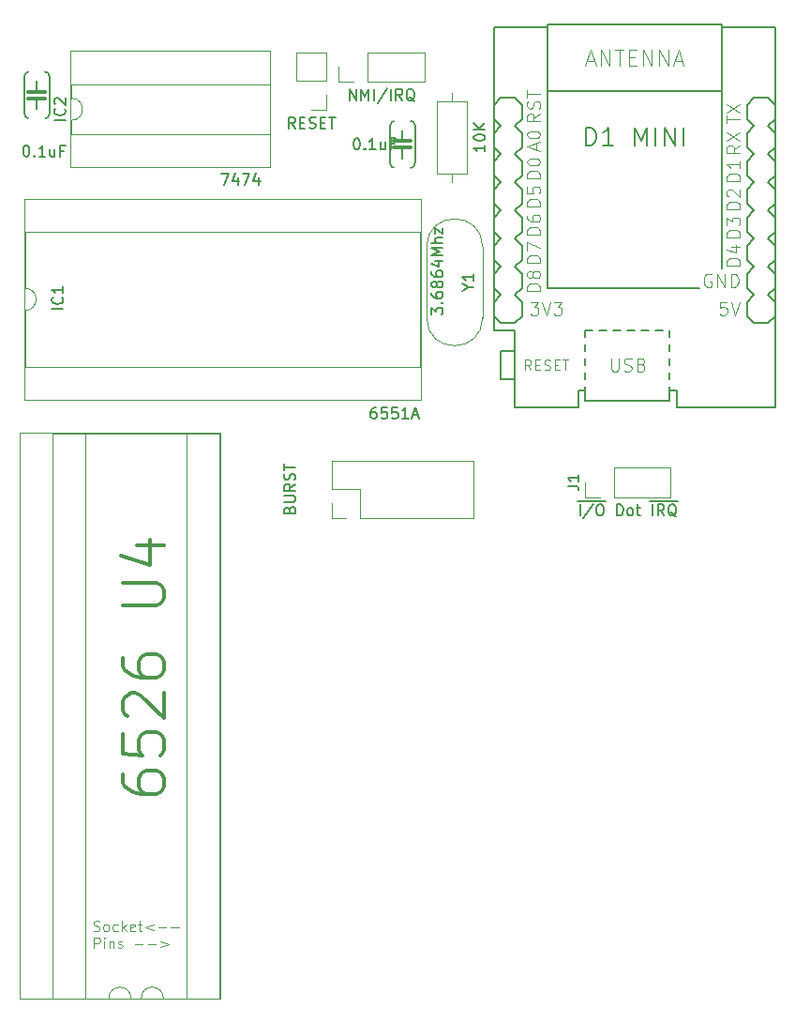
<source format=gto>
G04 #@! TF.GenerationSoftware,KiCad,Pcbnew,(6.0.5)*
G04 #@! TF.CreationDate,2022-12-14T22:29:40+01:00*
G04 #@! TF.ProjectId,Link232-wifi,4c696e6b-3233-4322-9d77-6966692e6b69,rev?*
G04 #@! TF.SameCoordinates,Original*
G04 #@! TF.FileFunction,Legend,Top*
G04 #@! TF.FilePolarity,Positive*
%FSLAX46Y46*%
G04 Gerber Fmt 4.6, Leading zero omitted, Abs format (unit mm)*
G04 Created by KiCad (PCBNEW (6.0.5)) date 2022-12-14 22:29:40*
%MOMM*%
%LPD*%
G01*
G04 APERTURE LIST*
G04 Aperture macros list*
%AMFreePoly0*
4,1,25,0.389919,0.742596,0.402042,0.732242,0.732242,0.402042,0.760749,0.346094,0.762000,0.330200,0.762000,-0.330200,0.742596,-0.389919,0.732242,-0.402042,0.402042,-0.732242,0.346094,-0.760749,0.330200,-0.762000,-0.330200,-0.762000,-0.389919,-0.742596,-0.402042,-0.732242,-0.732242,-0.402042,-0.760749,-0.346094,-0.762000,-0.330200,-0.762000,0.330200,-0.742596,0.389919,-0.732242,0.402042,
-0.402042,0.732242,-0.346094,0.760749,-0.330200,0.762000,0.330200,0.762000,0.389919,0.742596,0.389919,0.742596,$1*%
G04 Aperture macros list end*
%ADD10C,0.150000*%
%ADD11C,0.320000*%
%ADD12C,0.081280*%
%ADD13C,0.101600*%
%ADD14C,0.121920*%
%ADD15C,0.142240*%
%ADD16C,0.120000*%
%ADD17C,0.127000*%
%ADD18C,0.304800*%
%ADD19C,0.152400*%
%ADD20R,2.400000X1.600000*%
%ADD21O,2.400000X1.600000*%
%ADD22R,1.700000X1.700000*%
%ADD23O,1.700000X1.700000*%
%ADD24R,1.600000X2.400000*%
%ADD25O,1.600000X2.400000*%
%ADD26C,1.711200*%
%ADD27FreePoly0,90.000000*%
%ADD28C,1.500000*%
%ADD29C,1.600000*%
%ADD30O,1.600000X1.600000*%
%ADD31FreePoly0,270.000000*%
G04 APERTURE END LIST*
D10*
X146947142Y-69937380D02*
X147042380Y-69937380D01*
X147137619Y-69985000D01*
X147185238Y-70032619D01*
X147232857Y-70127857D01*
X147280476Y-70318333D01*
X147280476Y-70556428D01*
X147232857Y-70746904D01*
X147185238Y-70842142D01*
X147137619Y-70889761D01*
X147042380Y-70937380D01*
X146947142Y-70937380D01*
X146851904Y-70889761D01*
X146804285Y-70842142D01*
X146756666Y-70746904D01*
X146709047Y-70556428D01*
X146709047Y-70318333D01*
X146756666Y-70127857D01*
X146804285Y-70032619D01*
X146851904Y-69985000D01*
X146947142Y-69937380D01*
X147709047Y-70842142D02*
X147756666Y-70889761D01*
X147709047Y-70937380D01*
X147661428Y-70889761D01*
X147709047Y-70842142D01*
X147709047Y-70937380D01*
X148709047Y-70937380D02*
X148137619Y-70937380D01*
X148423333Y-70937380D02*
X148423333Y-69937380D01*
X148328095Y-70080238D01*
X148232857Y-70175476D01*
X148137619Y-70223095D01*
X149566190Y-70270714D02*
X149566190Y-70937380D01*
X149137619Y-70270714D02*
X149137619Y-70794523D01*
X149185238Y-70889761D01*
X149280476Y-70937380D01*
X149423333Y-70937380D01*
X149518571Y-70889761D01*
X149566190Y-70842142D01*
X150375714Y-70413571D02*
X150042380Y-70413571D01*
X150042380Y-70937380D02*
X150042380Y-69937380D01*
X150518571Y-69937380D01*
X117102142Y-70572380D02*
X117197380Y-70572380D01*
X117292619Y-70620000D01*
X117340238Y-70667619D01*
X117387857Y-70762857D01*
X117435476Y-70953333D01*
X117435476Y-71191428D01*
X117387857Y-71381904D01*
X117340238Y-71477142D01*
X117292619Y-71524761D01*
X117197380Y-71572380D01*
X117102142Y-71572380D01*
X117006904Y-71524761D01*
X116959285Y-71477142D01*
X116911666Y-71381904D01*
X116864047Y-71191428D01*
X116864047Y-70953333D01*
X116911666Y-70762857D01*
X116959285Y-70667619D01*
X117006904Y-70620000D01*
X117102142Y-70572380D01*
X117864047Y-71477142D02*
X117911666Y-71524761D01*
X117864047Y-71572380D01*
X117816428Y-71524761D01*
X117864047Y-71477142D01*
X117864047Y-71572380D01*
X118864047Y-71572380D02*
X118292619Y-71572380D01*
X118578333Y-71572380D02*
X118578333Y-70572380D01*
X118483095Y-70715238D01*
X118387857Y-70810476D01*
X118292619Y-70858095D01*
X119721190Y-70905714D02*
X119721190Y-71572380D01*
X119292619Y-70905714D02*
X119292619Y-71429523D01*
X119340238Y-71524761D01*
X119435476Y-71572380D01*
X119578333Y-71572380D01*
X119673571Y-71524761D01*
X119721190Y-71477142D01*
X120530714Y-71048571D02*
X120197380Y-71048571D01*
X120197380Y-71572380D02*
X120197380Y-70572380D01*
X120673571Y-70572380D01*
X153757380Y-85819761D02*
X153757380Y-85200714D01*
X154138333Y-85534047D01*
X154138333Y-85391190D01*
X154185952Y-85295952D01*
X154233571Y-85248333D01*
X154328809Y-85200714D01*
X154566904Y-85200714D01*
X154662142Y-85248333D01*
X154709761Y-85295952D01*
X154757380Y-85391190D01*
X154757380Y-85676904D01*
X154709761Y-85772142D01*
X154662142Y-85819761D01*
X154662142Y-84772142D02*
X154709761Y-84724523D01*
X154757380Y-84772142D01*
X154709761Y-84819761D01*
X154662142Y-84772142D01*
X154757380Y-84772142D01*
X153757380Y-83867380D02*
X153757380Y-84057857D01*
X153805000Y-84153095D01*
X153852619Y-84200714D01*
X153995476Y-84295952D01*
X154185952Y-84343571D01*
X154566904Y-84343571D01*
X154662142Y-84295952D01*
X154709761Y-84248333D01*
X154757380Y-84153095D01*
X154757380Y-83962619D01*
X154709761Y-83867380D01*
X154662142Y-83819761D01*
X154566904Y-83772142D01*
X154328809Y-83772142D01*
X154233571Y-83819761D01*
X154185952Y-83867380D01*
X154138333Y-83962619D01*
X154138333Y-84153095D01*
X154185952Y-84248333D01*
X154233571Y-84295952D01*
X154328809Y-84343571D01*
X154185952Y-83200714D02*
X154138333Y-83295952D01*
X154090714Y-83343571D01*
X153995476Y-83391190D01*
X153947857Y-83391190D01*
X153852619Y-83343571D01*
X153805000Y-83295952D01*
X153757380Y-83200714D01*
X153757380Y-83010238D01*
X153805000Y-82915000D01*
X153852619Y-82867380D01*
X153947857Y-82819761D01*
X153995476Y-82819761D01*
X154090714Y-82867380D01*
X154138333Y-82915000D01*
X154185952Y-83010238D01*
X154185952Y-83200714D01*
X154233571Y-83295952D01*
X154281190Y-83343571D01*
X154376428Y-83391190D01*
X154566904Y-83391190D01*
X154662142Y-83343571D01*
X154709761Y-83295952D01*
X154757380Y-83200714D01*
X154757380Y-83010238D01*
X154709761Y-82915000D01*
X154662142Y-82867380D01*
X154566904Y-82819761D01*
X154376428Y-82819761D01*
X154281190Y-82867380D01*
X154233571Y-82915000D01*
X154185952Y-83010238D01*
X153757380Y-81962619D02*
X153757380Y-82153095D01*
X153805000Y-82248333D01*
X153852619Y-82295952D01*
X153995476Y-82391190D01*
X154185952Y-82438809D01*
X154566904Y-82438809D01*
X154662142Y-82391190D01*
X154709761Y-82343571D01*
X154757380Y-82248333D01*
X154757380Y-82057857D01*
X154709761Y-81962619D01*
X154662142Y-81915000D01*
X154566904Y-81867380D01*
X154328809Y-81867380D01*
X154233571Y-81915000D01*
X154185952Y-81962619D01*
X154138333Y-82057857D01*
X154138333Y-82248333D01*
X154185952Y-82343571D01*
X154233571Y-82391190D01*
X154328809Y-82438809D01*
X154090714Y-81010238D02*
X154757380Y-81010238D01*
X153709761Y-81248333D02*
X154424047Y-81486428D01*
X154424047Y-80867380D01*
X154757380Y-80486428D02*
X153757380Y-80486428D01*
X154471666Y-80153095D01*
X153757380Y-79819761D01*
X154757380Y-79819761D01*
X154757380Y-79343571D02*
X153757380Y-79343571D01*
X154757380Y-78915000D02*
X154233571Y-78915000D01*
X154138333Y-78962619D01*
X154090714Y-79057857D01*
X154090714Y-79200714D01*
X154138333Y-79295952D01*
X154185952Y-79343571D01*
X154090714Y-78534047D02*
X154090714Y-78010238D01*
X154757380Y-78534047D01*
X154757380Y-78010238D01*
X158567380Y-70540476D02*
X158567380Y-71111904D01*
X158567380Y-70826190D02*
X157567380Y-70826190D01*
X157710238Y-70921428D01*
X157805476Y-71016666D01*
X157853095Y-71111904D01*
X157567380Y-69921428D02*
X157567380Y-69826190D01*
X157615000Y-69730952D01*
X157662619Y-69683333D01*
X157757857Y-69635714D01*
X157948333Y-69588095D01*
X158186428Y-69588095D01*
X158376904Y-69635714D01*
X158472142Y-69683333D01*
X158519761Y-69730952D01*
X158567380Y-69826190D01*
X158567380Y-69921428D01*
X158519761Y-70016666D01*
X158472142Y-70064285D01*
X158376904Y-70111904D01*
X158186428Y-70159523D01*
X157948333Y-70159523D01*
X157757857Y-70111904D01*
X157662619Y-70064285D01*
X157615000Y-70016666D01*
X157567380Y-69921428D01*
X158567380Y-69159523D02*
X157567380Y-69159523D01*
X158567380Y-68588095D02*
X157995952Y-69016666D01*
X157567380Y-68588095D02*
X158138809Y-69159523D01*
X134763095Y-73112380D02*
X135429761Y-73112380D01*
X135001190Y-74112380D01*
X136239285Y-73445714D02*
X136239285Y-74112380D01*
X136001190Y-73064761D02*
X135763095Y-73779047D01*
X136382142Y-73779047D01*
X136667857Y-73112380D02*
X137334523Y-73112380D01*
X136905952Y-74112380D01*
X138144047Y-73445714D02*
X138144047Y-74112380D01*
X137905952Y-73064761D02*
X137667857Y-73779047D01*
X138286904Y-73779047D01*
X146344047Y-66492380D02*
X146344047Y-65492380D01*
X146915476Y-66492380D01*
X146915476Y-65492380D01*
X147391666Y-66492380D02*
X147391666Y-65492380D01*
X147725000Y-66206666D01*
X148058333Y-65492380D01*
X148058333Y-66492380D01*
X148534523Y-66492380D02*
X148534523Y-65492380D01*
X149725000Y-65444761D02*
X148867857Y-66730476D01*
X150058333Y-66492380D02*
X150058333Y-65492380D01*
X151105952Y-66492380D02*
X150772619Y-66016190D01*
X150534523Y-66492380D02*
X150534523Y-65492380D01*
X150915476Y-65492380D01*
X151010714Y-65540000D01*
X151058333Y-65587619D01*
X151105952Y-65682857D01*
X151105952Y-65825714D01*
X151058333Y-65920952D01*
X151010714Y-65968571D01*
X150915476Y-66016190D01*
X150534523Y-66016190D01*
X152201190Y-66587619D02*
X152105952Y-66540000D01*
X152010714Y-66444761D01*
X151867857Y-66301904D01*
X151772619Y-66254285D01*
X151677380Y-66254285D01*
X151725000Y-66492380D02*
X151629761Y-66444761D01*
X151534523Y-66349523D01*
X151486904Y-66159047D01*
X151486904Y-65825714D01*
X151534523Y-65635238D01*
X151629761Y-65540000D01*
X151725000Y-65492380D01*
X151915476Y-65492380D01*
X152010714Y-65540000D01*
X152105952Y-65635238D01*
X152153571Y-65825714D01*
X152153571Y-66159047D01*
X152105952Y-66349523D01*
X152010714Y-66444761D01*
X151915476Y-66492380D01*
X151725000Y-66492380D01*
X141422619Y-69032380D02*
X141089285Y-68556190D01*
X140851190Y-69032380D02*
X140851190Y-68032380D01*
X141232142Y-68032380D01*
X141327380Y-68080000D01*
X141375000Y-68127619D01*
X141422619Y-68222857D01*
X141422619Y-68365714D01*
X141375000Y-68460952D01*
X141327380Y-68508571D01*
X141232142Y-68556190D01*
X140851190Y-68556190D01*
X141851190Y-68508571D02*
X142184523Y-68508571D01*
X142327380Y-69032380D02*
X141851190Y-69032380D01*
X141851190Y-68032380D01*
X142327380Y-68032380D01*
X142708333Y-68984761D02*
X142851190Y-69032380D01*
X143089285Y-69032380D01*
X143184523Y-68984761D01*
X143232142Y-68937142D01*
X143279761Y-68841904D01*
X143279761Y-68746666D01*
X143232142Y-68651428D01*
X143184523Y-68603809D01*
X143089285Y-68556190D01*
X142898809Y-68508571D01*
X142803571Y-68460952D01*
X142755952Y-68413333D01*
X142708333Y-68318095D01*
X142708333Y-68222857D01*
X142755952Y-68127619D01*
X142803571Y-68080000D01*
X142898809Y-68032380D01*
X143136904Y-68032380D01*
X143279761Y-68080000D01*
X143708333Y-68508571D02*
X144041666Y-68508571D01*
X144184523Y-69032380D02*
X143708333Y-69032380D01*
X143708333Y-68032380D01*
X144184523Y-68032380D01*
X144470238Y-68032380D02*
X145041666Y-68032380D01*
X144755952Y-69032380D02*
X144755952Y-68032380D01*
X140898571Y-103409523D02*
X140946190Y-103266666D01*
X140993809Y-103219047D01*
X141089047Y-103171428D01*
X141231904Y-103171428D01*
X141327142Y-103219047D01*
X141374761Y-103266666D01*
X141422380Y-103361904D01*
X141422380Y-103742857D01*
X140422380Y-103742857D01*
X140422380Y-103409523D01*
X140470000Y-103314285D01*
X140517619Y-103266666D01*
X140612857Y-103219047D01*
X140708095Y-103219047D01*
X140803333Y-103266666D01*
X140850952Y-103314285D01*
X140898571Y-103409523D01*
X140898571Y-103742857D01*
X140422380Y-102742857D02*
X141231904Y-102742857D01*
X141327142Y-102695238D01*
X141374761Y-102647619D01*
X141422380Y-102552380D01*
X141422380Y-102361904D01*
X141374761Y-102266666D01*
X141327142Y-102219047D01*
X141231904Y-102171428D01*
X140422380Y-102171428D01*
X141422380Y-101123809D02*
X140946190Y-101457142D01*
X141422380Y-101695238D02*
X140422380Y-101695238D01*
X140422380Y-101314285D01*
X140470000Y-101219047D01*
X140517619Y-101171428D01*
X140612857Y-101123809D01*
X140755714Y-101123809D01*
X140850952Y-101171428D01*
X140898571Y-101219047D01*
X140946190Y-101314285D01*
X140946190Y-101695238D01*
X141374761Y-100742857D02*
X141422380Y-100600000D01*
X141422380Y-100361904D01*
X141374761Y-100266666D01*
X141327142Y-100219047D01*
X141231904Y-100171428D01*
X141136666Y-100171428D01*
X141041428Y-100219047D01*
X140993809Y-100266666D01*
X140946190Y-100361904D01*
X140898571Y-100552380D01*
X140850952Y-100647619D01*
X140803333Y-100695238D01*
X140708095Y-100742857D01*
X140612857Y-100742857D01*
X140517619Y-100695238D01*
X140470000Y-100647619D01*
X140422380Y-100552380D01*
X140422380Y-100314285D01*
X140470000Y-100171428D01*
X140422380Y-99885714D02*
X140422380Y-99314285D01*
X141422380Y-99600000D02*
X140422380Y-99600000D01*
D11*
X125895861Y-127342266D02*
X125895861Y-128043219D01*
X126071100Y-128393695D01*
X126246338Y-128568933D01*
X126772052Y-128919409D01*
X127473004Y-129094647D01*
X128874909Y-129094647D01*
X129225385Y-128919409D01*
X129400623Y-128744171D01*
X129575861Y-128393695D01*
X129575861Y-127692742D01*
X129400623Y-127342266D01*
X129225385Y-127167028D01*
X128874909Y-126991790D01*
X127998719Y-126991790D01*
X127648242Y-127167028D01*
X127473004Y-127342266D01*
X127297766Y-127692742D01*
X127297766Y-128393695D01*
X127473004Y-128744171D01*
X127648242Y-128919409D01*
X127998719Y-129094647D01*
X125895861Y-123662266D02*
X125895861Y-125414647D01*
X127648242Y-125589885D01*
X127473004Y-125414647D01*
X127297766Y-125064171D01*
X127297766Y-124187980D01*
X127473004Y-123837504D01*
X127648242Y-123662266D01*
X127998719Y-123487028D01*
X128874909Y-123487028D01*
X129225385Y-123662266D01*
X129400623Y-123837504D01*
X129575861Y-124187980D01*
X129575861Y-125064171D01*
X129400623Y-125414647D01*
X129225385Y-125589885D01*
X126246338Y-122085123D02*
X126071100Y-121909885D01*
X125895861Y-121559409D01*
X125895861Y-120683219D01*
X126071100Y-120332742D01*
X126246338Y-120157504D01*
X126596814Y-119982266D01*
X126947290Y-119982266D01*
X127473004Y-120157504D01*
X129575861Y-122260361D01*
X129575861Y-119982266D01*
X125895861Y-116827980D02*
X125895861Y-117528933D01*
X126071100Y-117879409D01*
X126246338Y-118054647D01*
X126772052Y-118405123D01*
X127473004Y-118580361D01*
X128874909Y-118580361D01*
X129225385Y-118405123D01*
X129400623Y-118229885D01*
X129575861Y-117879409D01*
X129575861Y-117178457D01*
X129400623Y-116827980D01*
X129225385Y-116652742D01*
X128874909Y-116477504D01*
X127998719Y-116477504D01*
X127648242Y-116652742D01*
X127473004Y-116827980D01*
X127297766Y-117178457D01*
X127297766Y-117879409D01*
X127473004Y-118229885D01*
X127648242Y-118405123D01*
X127998719Y-118580361D01*
X125895861Y-112096552D02*
X128874909Y-112096552D01*
X129225385Y-111921314D01*
X129400623Y-111746076D01*
X129575861Y-111395600D01*
X129575861Y-110694647D01*
X129400623Y-110344171D01*
X129225385Y-110168933D01*
X128874909Y-109993695D01*
X125895861Y-109993695D01*
X127122528Y-106664171D02*
X129575861Y-106664171D01*
X125720623Y-107540361D02*
X128349195Y-108416552D01*
X128349195Y-106138457D01*
D10*
X148719166Y-94202380D02*
X148528690Y-94202380D01*
X148433452Y-94250000D01*
X148385833Y-94297619D01*
X148290595Y-94440476D01*
X148242976Y-94630952D01*
X148242976Y-95011904D01*
X148290595Y-95107142D01*
X148338214Y-95154761D01*
X148433452Y-95202380D01*
X148623928Y-95202380D01*
X148719166Y-95154761D01*
X148766785Y-95107142D01*
X148814404Y-95011904D01*
X148814404Y-94773809D01*
X148766785Y-94678571D01*
X148719166Y-94630952D01*
X148623928Y-94583333D01*
X148433452Y-94583333D01*
X148338214Y-94630952D01*
X148290595Y-94678571D01*
X148242976Y-94773809D01*
X149719166Y-94202380D02*
X149242976Y-94202380D01*
X149195357Y-94678571D01*
X149242976Y-94630952D01*
X149338214Y-94583333D01*
X149576309Y-94583333D01*
X149671547Y-94630952D01*
X149719166Y-94678571D01*
X149766785Y-94773809D01*
X149766785Y-95011904D01*
X149719166Y-95107142D01*
X149671547Y-95154761D01*
X149576309Y-95202380D01*
X149338214Y-95202380D01*
X149242976Y-95154761D01*
X149195357Y-95107142D01*
X150671547Y-94202380D02*
X150195357Y-94202380D01*
X150147738Y-94678571D01*
X150195357Y-94630952D01*
X150290595Y-94583333D01*
X150528690Y-94583333D01*
X150623928Y-94630952D01*
X150671547Y-94678571D01*
X150719166Y-94773809D01*
X150719166Y-95011904D01*
X150671547Y-95107142D01*
X150623928Y-95154761D01*
X150528690Y-95202380D01*
X150290595Y-95202380D01*
X150195357Y-95154761D01*
X150147738Y-95107142D01*
X151671547Y-95202380D02*
X151100119Y-95202380D01*
X151385833Y-95202380D02*
X151385833Y-94202380D01*
X151290595Y-94345238D01*
X151195357Y-94440476D01*
X151100119Y-94488095D01*
X152052500Y-94916666D02*
X152528690Y-94916666D01*
X151957261Y-95202380D02*
X152290595Y-94202380D01*
X152623928Y-95202380D01*
D12*
X123231973Y-141409680D02*
X123365505Y-141454190D01*
X123588057Y-141454190D01*
X123677078Y-141409680D01*
X123721589Y-141365169D01*
X123766099Y-141276148D01*
X123766099Y-141187127D01*
X123721589Y-141098106D01*
X123677078Y-141053596D01*
X123588057Y-141009085D01*
X123410015Y-140964575D01*
X123320994Y-140920064D01*
X123276484Y-140875554D01*
X123231973Y-140786533D01*
X123231973Y-140697512D01*
X123276484Y-140608491D01*
X123320994Y-140563981D01*
X123410015Y-140519470D01*
X123632568Y-140519470D01*
X123766099Y-140563981D01*
X124300225Y-141454190D02*
X124211204Y-141409680D01*
X124166693Y-141365169D01*
X124122183Y-141276148D01*
X124122183Y-141009085D01*
X124166693Y-140920064D01*
X124211204Y-140875554D01*
X124300225Y-140831043D01*
X124433756Y-140831043D01*
X124522777Y-140875554D01*
X124567288Y-140920064D01*
X124611798Y-141009085D01*
X124611798Y-141276148D01*
X124567288Y-141365169D01*
X124522777Y-141409680D01*
X124433756Y-141454190D01*
X124300225Y-141454190D01*
X125412987Y-141409680D02*
X125323966Y-141454190D01*
X125145924Y-141454190D01*
X125056903Y-141409680D01*
X125012392Y-141365169D01*
X124967882Y-141276148D01*
X124967882Y-141009085D01*
X125012392Y-140920064D01*
X125056903Y-140875554D01*
X125145924Y-140831043D01*
X125323966Y-140831043D01*
X125412987Y-140875554D01*
X125813581Y-141454190D02*
X125813581Y-140519470D01*
X125902602Y-141098106D02*
X126169665Y-141454190D01*
X126169665Y-140831043D02*
X125813581Y-141187127D01*
X126926343Y-141409680D02*
X126837322Y-141454190D01*
X126659280Y-141454190D01*
X126570259Y-141409680D01*
X126525749Y-141320659D01*
X126525749Y-140964575D01*
X126570259Y-140875554D01*
X126659280Y-140831043D01*
X126837322Y-140831043D01*
X126926343Y-140875554D01*
X126970853Y-140964575D01*
X126970853Y-141053596D01*
X126525749Y-141142617D01*
X127237916Y-140831043D02*
X127594000Y-140831043D01*
X127371448Y-140519470D02*
X127371448Y-141320659D01*
X127415958Y-141409680D01*
X127504979Y-141454190D01*
X127594000Y-141454190D01*
X128617741Y-140831043D02*
X127905573Y-141098106D01*
X128617741Y-141365169D01*
X129062846Y-141098106D02*
X129775013Y-141098106D01*
X130220118Y-141098106D02*
X130932286Y-141098106D01*
X123276484Y-142959089D02*
X123276484Y-142024369D01*
X123632568Y-142024369D01*
X123721589Y-142068880D01*
X123766099Y-142113390D01*
X123810610Y-142202411D01*
X123810610Y-142335942D01*
X123766099Y-142424963D01*
X123721589Y-142469474D01*
X123632568Y-142513984D01*
X123276484Y-142513984D01*
X124211204Y-142959089D02*
X124211204Y-142335942D01*
X124211204Y-142024369D02*
X124166693Y-142068880D01*
X124211204Y-142113390D01*
X124255714Y-142068880D01*
X124211204Y-142024369D01*
X124211204Y-142113390D01*
X124656309Y-142335942D02*
X124656309Y-142959089D01*
X124656309Y-142424963D02*
X124700819Y-142380453D01*
X124789840Y-142335942D01*
X124923372Y-142335942D01*
X125012392Y-142380453D01*
X125056903Y-142469474D01*
X125056903Y-142959089D01*
X125457497Y-142914579D02*
X125546518Y-142959089D01*
X125724560Y-142959089D01*
X125813581Y-142914579D01*
X125858092Y-142825558D01*
X125858092Y-142781047D01*
X125813581Y-142692026D01*
X125724560Y-142647516D01*
X125591029Y-142647516D01*
X125502008Y-142603005D01*
X125457497Y-142513984D01*
X125457497Y-142469474D01*
X125502008Y-142380453D01*
X125591029Y-142335942D01*
X125724560Y-142335942D01*
X125813581Y-142380453D01*
X126970853Y-142603005D02*
X127683021Y-142603005D01*
X128128126Y-142603005D02*
X128840293Y-142603005D01*
X129285398Y-142335942D02*
X129997566Y-142603005D01*
X129285398Y-142870068D01*
D10*
X120672380Y-68286190D02*
X119672380Y-68286190D01*
X120577142Y-67238571D02*
X120624761Y-67286190D01*
X120672380Y-67429047D01*
X120672380Y-67524285D01*
X120624761Y-67667142D01*
X120529523Y-67762380D01*
X120434285Y-67810000D01*
X120243809Y-67857619D01*
X120100952Y-67857619D01*
X119910476Y-67810000D01*
X119815238Y-67762380D01*
X119720000Y-67667142D01*
X119672380Y-67524285D01*
X119672380Y-67429047D01*
X119720000Y-67286190D01*
X119767619Y-67238571D01*
X119767619Y-66857619D02*
X119720000Y-66810000D01*
X119672380Y-66714761D01*
X119672380Y-66476666D01*
X119720000Y-66381428D01*
X119767619Y-66333809D01*
X119862857Y-66286190D01*
X119958095Y-66286190D01*
X120100952Y-66333809D01*
X120672380Y-66905238D01*
X120672380Y-66286190D01*
X120467380Y-85309190D02*
X119467380Y-85309190D01*
X120372142Y-84261571D02*
X120419761Y-84309190D01*
X120467380Y-84452047D01*
X120467380Y-84547285D01*
X120419761Y-84690142D01*
X120324523Y-84785380D01*
X120229285Y-84833000D01*
X120038809Y-84880619D01*
X119895952Y-84880619D01*
X119705476Y-84833000D01*
X119610238Y-84785380D01*
X119515000Y-84690142D01*
X119467380Y-84547285D01*
X119467380Y-84452047D01*
X119515000Y-84309190D01*
X119562619Y-84261571D01*
X120467380Y-83309190D02*
X120467380Y-83880619D01*
X120467380Y-83594904D02*
X119467380Y-83594904D01*
X119610238Y-83690142D01*
X119705476Y-83785380D01*
X119753095Y-83880619D01*
D13*
X169975590Y-89784161D02*
X169975590Y-90730009D01*
X170031228Y-90841285D01*
X170086866Y-90896923D01*
X170198142Y-90952561D01*
X170420695Y-90952561D01*
X170531971Y-90896923D01*
X170587609Y-90841285D01*
X170643247Y-90730009D01*
X170643247Y-89784161D01*
X171143990Y-90896923D02*
X171310904Y-90952561D01*
X171589095Y-90952561D01*
X171700371Y-90896923D01*
X171756009Y-90841285D01*
X171811647Y-90730009D01*
X171811647Y-90618733D01*
X171756009Y-90507457D01*
X171700371Y-90451819D01*
X171589095Y-90396180D01*
X171366542Y-90340542D01*
X171255266Y-90284904D01*
X171199628Y-90229266D01*
X171143990Y-90117990D01*
X171143990Y-90006714D01*
X171199628Y-89895438D01*
X171255266Y-89839800D01*
X171366542Y-89784161D01*
X171644733Y-89784161D01*
X171811647Y-89839800D01*
X172701857Y-90340542D02*
X172868771Y-90396180D01*
X172924409Y-90451819D01*
X172980047Y-90563095D01*
X172980047Y-90730009D01*
X172924409Y-90841285D01*
X172868771Y-90896923D01*
X172757495Y-90952561D01*
X172312390Y-90952561D01*
X172312390Y-89784161D01*
X172701857Y-89784161D01*
X172813133Y-89839800D01*
X172868771Y-89895438D01*
X172924409Y-90006714D01*
X172924409Y-90117990D01*
X172868771Y-90229266D01*
X172813133Y-90284904D01*
X172701857Y-90340542D01*
X172312390Y-90340542D01*
X163545761Y-78586390D02*
X162377361Y-78586390D01*
X162377361Y-78308200D01*
X162433000Y-78141285D01*
X162544276Y-78030009D01*
X162655552Y-77974371D01*
X162878104Y-77918733D01*
X163045019Y-77918733D01*
X163267571Y-77974371D01*
X163378847Y-78030009D01*
X163490123Y-78141285D01*
X163545761Y-78308200D01*
X163545761Y-78586390D01*
X162377361Y-76917247D02*
X162377361Y-77139800D01*
X162433000Y-77251076D01*
X162488638Y-77306714D01*
X162655552Y-77417990D01*
X162878104Y-77473628D01*
X163323209Y-77473628D01*
X163434485Y-77417990D01*
X163490123Y-77362352D01*
X163545761Y-77251076D01*
X163545761Y-77028523D01*
X163490123Y-76917247D01*
X163434485Y-76861609D01*
X163323209Y-76805971D01*
X163045019Y-76805971D01*
X162933742Y-76861609D01*
X162878104Y-76917247D01*
X162822466Y-77028523D01*
X162822466Y-77251076D01*
X162878104Y-77362352D01*
X162933742Y-77417990D01*
X163045019Y-77473628D01*
X181590661Y-81378411D02*
X180422261Y-81378411D01*
X180422261Y-81100220D01*
X180477900Y-80933306D01*
X180589176Y-80822030D01*
X180700452Y-80766392D01*
X180923004Y-80710754D01*
X181089919Y-80710754D01*
X181312471Y-80766392D01*
X181423747Y-80822030D01*
X181535023Y-80933306D01*
X181590661Y-81100220D01*
X181590661Y-81378411D01*
X180811728Y-79709268D02*
X181590661Y-79709268D01*
X180366623Y-79987459D02*
X181201195Y-80265649D01*
X181201195Y-79542354D01*
X181590661Y-70550754D02*
X181034280Y-70940220D01*
X181590661Y-71218411D02*
X180422261Y-71218411D01*
X180422261Y-70773306D01*
X180477900Y-70662030D01*
X180533538Y-70606392D01*
X180644814Y-70550754D01*
X180811728Y-70550754D01*
X180923004Y-70606392D01*
X180978642Y-70662030D01*
X181034280Y-70773306D01*
X181034280Y-71218411D01*
X180422261Y-70161287D02*
X181590661Y-69382354D01*
X180422261Y-69382354D02*
X181590661Y-70161287D01*
X181590661Y-78838411D02*
X180422261Y-78838411D01*
X180422261Y-78560220D01*
X180477900Y-78393306D01*
X180589176Y-78282030D01*
X180700452Y-78226392D01*
X180923004Y-78170754D01*
X181089919Y-78170754D01*
X181312471Y-78226392D01*
X181423747Y-78282030D01*
X181535023Y-78393306D01*
X181590661Y-78560220D01*
X181590661Y-78838411D01*
X180422261Y-77781287D02*
X180422261Y-77057992D01*
X180867366Y-77447459D01*
X180867366Y-77280544D01*
X180923004Y-77169268D01*
X180978642Y-77113630D01*
X181089919Y-77057992D01*
X181368109Y-77057992D01*
X181479385Y-77113630D01*
X181535023Y-77169268D01*
X181590661Y-77280544D01*
X181590661Y-77614373D01*
X181535023Y-77725649D01*
X181479385Y-77781287D01*
X180391283Y-84704161D02*
X179834902Y-84704161D01*
X179779264Y-85260542D01*
X179834902Y-85204904D01*
X179946179Y-85149266D01*
X180224369Y-85149266D01*
X180335645Y-85204904D01*
X180391283Y-85260542D01*
X180446921Y-85371819D01*
X180446921Y-85650009D01*
X180391283Y-85761285D01*
X180335645Y-85816923D01*
X180224369Y-85872561D01*
X179946179Y-85872561D01*
X179834902Y-85816923D01*
X179779264Y-85761285D01*
X180780750Y-84704161D02*
X181170217Y-85872561D01*
X181559683Y-84704161D01*
X180422261Y-68567135D02*
X180422261Y-67899478D01*
X181590661Y-68233306D02*
X180422261Y-68233306D01*
X180422261Y-67621287D02*
X181590661Y-66842354D01*
X180422261Y-66842354D02*
X181590661Y-67621287D01*
X179000331Y-82219800D02*
X178889055Y-82164161D01*
X178722140Y-82164161D01*
X178555226Y-82219800D01*
X178443950Y-82331076D01*
X178388312Y-82442352D01*
X178332674Y-82664904D01*
X178332674Y-82831819D01*
X178388312Y-83054371D01*
X178443950Y-83165647D01*
X178555226Y-83276923D01*
X178722140Y-83332561D01*
X178833417Y-83332561D01*
X179000331Y-83276923D01*
X179055969Y-83221285D01*
X179055969Y-82831819D01*
X178833417Y-82831819D01*
X179556712Y-83332561D02*
X179556712Y-82164161D01*
X180224369Y-83332561D01*
X180224369Y-82164161D01*
X180780750Y-83332561D02*
X180780750Y-82164161D01*
X181058940Y-82164161D01*
X181225855Y-82219800D01*
X181337131Y-82331076D01*
X181392769Y-82442352D01*
X181448407Y-82664904D01*
X181448407Y-82831819D01*
X181392769Y-83054371D01*
X181337131Y-83165647D01*
X181225855Y-83276923D01*
X181058940Y-83332561D01*
X180780750Y-83332561D01*
X163545761Y-76046390D02*
X162377361Y-76046390D01*
X162377361Y-75768200D01*
X162433000Y-75601285D01*
X162544276Y-75490009D01*
X162655552Y-75434371D01*
X162878104Y-75378733D01*
X163045019Y-75378733D01*
X163267571Y-75434371D01*
X163378847Y-75490009D01*
X163490123Y-75601285D01*
X163545761Y-75768200D01*
X163545761Y-76046390D01*
X162377361Y-74321609D02*
X162377361Y-74877990D01*
X162933742Y-74933628D01*
X162878104Y-74877990D01*
X162822466Y-74766714D01*
X162822466Y-74488523D01*
X162878104Y-74377247D01*
X162933742Y-74321609D01*
X163045019Y-74265971D01*
X163323209Y-74265971D01*
X163434485Y-74321609D01*
X163490123Y-74377247D01*
X163545761Y-74488523D01*
X163545761Y-74766714D01*
X163490123Y-74877990D01*
X163434485Y-74933628D01*
X181590661Y-76298411D02*
X180422261Y-76298411D01*
X180422261Y-76020220D01*
X180477900Y-75853306D01*
X180589176Y-75742030D01*
X180700452Y-75686392D01*
X180923004Y-75630754D01*
X181089919Y-75630754D01*
X181312471Y-75686392D01*
X181423747Y-75742030D01*
X181535023Y-75853306D01*
X181590661Y-76020220D01*
X181590661Y-76298411D01*
X180533538Y-75185649D02*
X180477900Y-75130011D01*
X180422261Y-75018735D01*
X180422261Y-74740544D01*
X180477900Y-74629268D01*
X180533538Y-74573630D01*
X180644814Y-74517992D01*
X180756090Y-74517992D01*
X180923004Y-74573630D01*
X181590661Y-75241287D01*
X181590661Y-74517992D01*
D14*
X167778611Y-62971680D02*
X168446268Y-62971680D01*
X167645080Y-63372274D02*
X168112440Y-61970194D01*
X168579800Y-63372274D01*
X169047160Y-63372274D02*
X169047160Y-61970194D01*
X169848348Y-63372274D01*
X169848348Y-61970194D01*
X170315708Y-61970194D02*
X171116897Y-61970194D01*
X170716302Y-63372274D02*
X170716302Y-61970194D01*
X171584257Y-62637851D02*
X172051617Y-62637851D01*
X172251914Y-63372274D02*
X171584257Y-63372274D01*
X171584257Y-61970194D01*
X172251914Y-61970194D01*
X172852805Y-63372274D02*
X172852805Y-61970194D01*
X173653994Y-63372274D01*
X173653994Y-61970194D01*
X174321651Y-63372274D02*
X174321651Y-61970194D01*
X175122840Y-63372274D01*
X175122840Y-61970194D01*
X175723731Y-62971680D02*
X176391388Y-62971680D01*
X175590200Y-63372274D02*
X176057560Y-61970194D01*
X176524920Y-63372274D01*
D13*
X163545761Y-81126390D02*
X162377361Y-81126390D01*
X162377361Y-80848200D01*
X162433000Y-80681285D01*
X162544276Y-80570009D01*
X162655552Y-80514371D01*
X162878104Y-80458733D01*
X163045019Y-80458733D01*
X163267571Y-80514371D01*
X163378847Y-80570009D01*
X163490123Y-80681285D01*
X163545761Y-80848200D01*
X163545761Y-81126390D01*
X162377361Y-80069266D02*
X162377361Y-79290333D01*
X163545761Y-79791076D01*
X163545761Y-67695838D02*
X162989380Y-68085304D01*
X163545761Y-68363495D02*
X162377361Y-68363495D01*
X162377361Y-67918390D01*
X162433000Y-67807114D01*
X162488638Y-67751476D01*
X162599914Y-67695838D01*
X162766828Y-67695838D01*
X162878104Y-67751476D01*
X162933742Y-67807114D01*
X162989380Y-67918390D01*
X162989380Y-68363495D01*
X163490123Y-67250733D02*
X163545761Y-67083819D01*
X163545761Y-66805628D01*
X163490123Y-66694352D01*
X163434485Y-66638714D01*
X163323209Y-66583076D01*
X163211933Y-66583076D01*
X163100657Y-66638714D01*
X163045019Y-66694352D01*
X162989380Y-66805628D01*
X162933742Y-67028180D01*
X162878104Y-67139457D01*
X162822466Y-67195095D01*
X162711190Y-67250733D01*
X162599914Y-67250733D01*
X162488638Y-67195095D01*
X162433000Y-67139457D01*
X162377361Y-67028180D01*
X162377361Y-66749990D01*
X162433000Y-66583076D01*
X162377361Y-66249247D02*
X162377361Y-65581590D01*
X163545761Y-65915419D02*
X162377361Y-65915419D01*
D15*
X167684026Y-70589986D02*
X167684026Y-68954226D01*
X168073493Y-68954226D01*
X168307173Y-69032120D01*
X168462960Y-69187906D01*
X168540853Y-69343693D01*
X168618746Y-69655266D01*
X168618746Y-69888946D01*
X168540853Y-70200520D01*
X168462960Y-70356306D01*
X168307173Y-70512093D01*
X168073493Y-70589986D01*
X167684026Y-70589986D01*
X170176613Y-70589986D02*
X169241893Y-70589986D01*
X169709253Y-70589986D02*
X169709253Y-68954226D01*
X169553466Y-69187906D01*
X169397680Y-69343693D01*
X169241893Y-69421586D01*
X172123946Y-70589986D02*
X172123946Y-68954226D01*
X172669200Y-70122626D01*
X173214453Y-68954226D01*
X173214453Y-70589986D01*
X173993386Y-70589986D02*
X173993386Y-68954226D01*
X174772320Y-70589986D02*
X174772320Y-68954226D01*
X175707040Y-70589986D01*
X175707040Y-68954226D01*
X176485973Y-70589986D02*
X176485973Y-68954226D01*
D13*
X181590661Y-73758411D02*
X180422261Y-73758411D01*
X180422261Y-73480220D01*
X180477900Y-73313306D01*
X180589176Y-73202030D01*
X180700452Y-73146392D01*
X180923004Y-73090754D01*
X181089919Y-73090754D01*
X181312471Y-73146392D01*
X181423747Y-73202030D01*
X181535023Y-73313306D01*
X181590661Y-73480220D01*
X181590661Y-73758411D01*
X181590661Y-71977992D02*
X181590661Y-72645649D01*
X181590661Y-72311820D02*
X180422261Y-72311820D01*
X180589176Y-72423097D01*
X180700452Y-72534373D01*
X180756090Y-72645649D01*
X162665954Y-84704161D02*
X163389249Y-84704161D01*
X162999782Y-85149266D01*
X163166697Y-85149266D01*
X163277973Y-85204904D01*
X163333611Y-85260542D01*
X163389249Y-85371819D01*
X163389249Y-85650009D01*
X163333611Y-85761285D01*
X163277973Y-85816923D01*
X163166697Y-85872561D01*
X162832868Y-85872561D01*
X162721592Y-85816923D01*
X162665954Y-85761285D01*
X163723078Y-84704161D02*
X164112544Y-85872561D01*
X164502011Y-84704161D01*
X164780201Y-84704161D02*
X165503497Y-84704161D01*
X165114030Y-85149266D01*
X165280944Y-85149266D01*
X165392220Y-85204904D01*
X165447859Y-85260542D01*
X165503497Y-85371819D01*
X165503497Y-85650009D01*
X165447859Y-85761285D01*
X165392220Y-85816923D01*
X165280944Y-85872561D01*
X164947116Y-85872561D01*
X164835840Y-85816923D01*
X164780201Y-85761285D01*
X163545761Y-73506390D02*
X162377361Y-73506390D01*
X162377361Y-73228200D01*
X162433000Y-73061285D01*
X162544276Y-72950009D01*
X162655552Y-72894371D01*
X162878104Y-72838733D01*
X163045019Y-72838733D01*
X163267571Y-72894371D01*
X163378847Y-72950009D01*
X163490123Y-73061285D01*
X163545761Y-73228200D01*
X163545761Y-73506390D01*
X162377361Y-72115438D02*
X162377361Y-72004161D01*
X162433000Y-71892885D01*
X162488638Y-71837247D01*
X162599914Y-71781609D01*
X162822466Y-71725971D01*
X163100657Y-71725971D01*
X163323209Y-71781609D01*
X163434485Y-71837247D01*
X163490123Y-71892885D01*
X163545761Y-72004161D01*
X163545761Y-72115438D01*
X163490123Y-72226714D01*
X163434485Y-72282352D01*
X163323209Y-72337990D01*
X163100657Y-72393628D01*
X162822466Y-72393628D01*
X162599914Y-72337990D01*
X162488638Y-72282352D01*
X162433000Y-72226714D01*
X162377361Y-72115438D01*
X163211933Y-70938571D02*
X163211933Y-70382190D01*
X163545761Y-71049847D02*
X162377361Y-70660380D01*
X163545761Y-70270914D01*
X162377361Y-69658895D02*
X162377361Y-69547619D01*
X162433000Y-69436342D01*
X162488638Y-69380704D01*
X162599914Y-69325066D01*
X162822466Y-69269428D01*
X163100657Y-69269428D01*
X163323209Y-69325066D01*
X163434485Y-69380704D01*
X163490123Y-69436342D01*
X163545761Y-69547619D01*
X163545761Y-69658895D01*
X163490123Y-69770171D01*
X163434485Y-69825809D01*
X163323209Y-69881447D01*
X163100657Y-69937085D01*
X162822466Y-69937085D01*
X162599914Y-69881447D01*
X162488638Y-69825809D01*
X162433000Y-69770171D01*
X162377361Y-69658895D01*
D12*
X162734510Y-90846849D02*
X162422936Y-90401744D01*
X162200384Y-90846849D02*
X162200384Y-89912129D01*
X162556468Y-89912129D01*
X162645489Y-89956640D01*
X162689999Y-90001150D01*
X162734510Y-90090171D01*
X162734510Y-90223702D01*
X162689999Y-90312723D01*
X162645489Y-90357234D01*
X162556468Y-90401744D01*
X162200384Y-90401744D01*
X163135104Y-90357234D02*
X163446677Y-90357234D01*
X163580209Y-90846849D02*
X163135104Y-90846849D01*
X163135104Y-89912129D01*
X163580209Y-89912129D01*
X163936292Y-90802339D02*
X164069824Y-90846849D01*
X164292376Y-90846849D01*
X164381397Y-90802339D01*
X164425908Y-90757828D01*
X164470418Y-90668807D01*
X164470418Y-90579786D01*
X164425908Y-90490765D01*
X164381397Y-90446255D01*
X164292376Y-90401744D01*
X164114334Y-90357234D01*
X164025313Y-90312723D01*
X163980803Y-90268213D01*
X163936292Y-90179192D01*
X163936292Y-90090171D01*
X163980803Y-90001150D01*
X164025313Y-89956640D01*
X164114334Y-89912129D01*
X164336887Y-89912129D01*
X164470418Y-89956640D01*
X164871012Y-90357234D02*
X165182586Y-90357234D01*
X165316117Y-90846849D02*
X164871012Y-90846849D01*
X164871012Y-89912129D01*
X165316117Y-89912129D01*
X165583180Y-89912129D02*
X166117306Y-89912129D01*
X165850243Y-90846849D02*
X165850243Y-89912129D01*
D13*
X163545761Y-83666390D02*
X162377361Y-83666390D01*
X162377361Y-83388200D01*
X162433000Y-83221285D01*
X162544276Y-83110009D01*
X162655552Y-83054371D01*
X162878104Y-82998733D01*
X163045019Y-82998733D01*
X163267571Y-83054371D01*
X163378847Y-83110009D01*
X163490123Y-83221285D01*
X163545761Y-83388200D01*
X163545761Y-83666390D01*
X162878104Y-82331076D02*
X162822466Y-82442352D01*
X162766828Y-82497990D01*
X162655552Y-82553628D01*
X162599914Y-82553628D01*
X162488638Y-82497990D01*
X162433000Y-82442352D01*
X162377361Y-82331076D01*
X162377361Y-82108523D01*
X162433000Y-81997247D01*
X162488638Y-81941609D01*
X162599914Y-81885971D01*
X162655552Y-81885971D01*
X162766828Y-81941609D01*
X162822466Y-81997247D01*
X162878104Y-82108523D01*
X162878104Y-82331076D01*
X162933742Y-82442352D01*
X162989380Y-82497990D01*
X163100657Y-82553628D01*
X163323209Y-82553628D01*
X163434485Y-82497990D01*
X163490123Y-82442352D01*
X163545761Y-82331076D01*
X163545761Y-82108523D01*
X163490123Y-81997247D01*
X163434485Y-81941609D01*
X163323209Y-81885971D01*
X163100657Y-81885971D01*
X162989380Y-81941609D01*
X162933742Y-81997247D01*
X162878104Y-82108523D01*
D10*
X157075190Y-83370190D02*
X157551380Y-83370190D01*
X156551380Y-83703523D02*
X157075190Y-83370190D01*
X156551380Y-83036857D01*
X157551380Y-82179714D02*
X157551380Y-82751142D01*
X157551380Y-82465428D02*
X156551380Y-82465428D01*
X156694238Y-82560666D01*
X156789476Y-82655904D01*
X156837095Y-82751142D01*
X166047380Y-101298333D02*
X166761666Y-101298333D01*
X166904523Y-101345952D01*
X166999761Y-101441190D01*
X167047380Y-101584047D01*
X167047380Y-101679285D01*
X167047380Y-100298333D02*
X167047380Y-100869761D01*
X167047380Y-100584047D02*
X166047380Y-100584047D01*
X166190238Y-100679285D01*
X166285476Y-100774523D01*
X166333095Y-100869761D01*
X166902380Y-102675000D02*
X167378571Y-102675000D01*
X167140476Y-103957380D02*
X167140476Y-102957380D01*
X167378571Y-102675000D02*
X168426190Y-102675000D01*
X168330952Y-102909761D02*
X167473809Y-104195476D01*
X168426190Y-102675000D02*
X169473809Y-102675000D01*
X168854761Y-102957380D02*
X169045238Y-102957380D01*
X169140476Y-103005000D01*
X169235714Y-103100238D01*
X169283333Y-103290714D01*
X169283333Y-103624047D01*
X169235714Y-103814523D01*
X169140476Y-103909761D01*
X169045238Y-103957380D01*
X168854761Y-103957380D01*
X168759523Y-103909761D01*
X168664285Y-103814523D01*
X168616666Y-103624047D01*
X168616666Y-103290714D01*
X168664285Y-103100238D01*
X168759523Y-103005000D01*
X168854761Y-102957380D01*
X170473809Y-103957380D02*
X170473809Y-102957380D01*
X170711904Y-102957380D01*
X170854761Y-103005000D01*
X170950000Y-103100238D01*
X170997619Y-103195476D01*
X171045238Y-103385952D01*
X171045238Y-103528809D01*
X170997619Y-103719285D01*
X170950000Y-103814523D01*
X170854761Y-103909761D01*
X170711904Y-103957380D01*
X170473809Y-103957380D01*
X171616666Y-103957380D02*
X171521428Y-103909761D01*
X171473809Y-103862142D01*
X171426190Y-103766904D01*
X171426190Y-103481190D01*
X171473809Y-103385952D01*
X171521428Y-103338333D01*
X171616666Y-103290714D01*
X171759523Y-103290714D01*
X171854761Y-103338333D01*
X171902380Y-103385952D01*
X171950000Y-103481190D01*
X171950000Y-103766904D01*
X171902380Y-103862142D01*
X171854761Y-103909761D01*
X171759523Y-103957380D01*
X171616666Y-103957380D01*
X172235714Y-103290714D02*
X172616666Y-103290714D01*
X172378571Y-102957380D02*
X172378571Y-103814523D01*
X172426190Y-103909761D01*
X172521428Y-103957380D01*
X172616666Y-103957380D01*
X173473809Y-102675000D02*
X173950000Y-102675000D01*
X173711904Y-103957380D02*
X173711904Y-102957380D01*
X173950000Y-102675000D02*
X174950000Y-102675000D01*
X174759523Y-103957380D02*
X174426190Y-103481190D01*
X174188095Y-103957380D02*
X174188095Y-102957380D01*
X174569047Y-102957380D01*
X174664285Y-103005000D01*
X174711904Y-103052619D01*
X174759523Y-103147857D01*
X174759523Y-103290714D01*
X174711904Y-103385952D01*
X174664285Y-103433571D01*
X174569047Y-103481190D01*
X174188095Y-103481190D01*
X174950000Y-102675000D02*
X175997619Y-102675000D01*
X175854761Y-104052619D02*
X175759523Y-104005000D01*
X175664285Y-103909761D01*
X175521428Y-103766904D01*
X175426190Y-103719285D01*
X175330952Y-103719285D01*
X175378571Y-103957380D02*
X175283333Y-103909761D01*
X175188095Y-103814523D01*
X175140476Y-103624047D01*
X175140476Y-103290714D01*
X175188095Y-103100238D01*
X175283333Y-103005000D01*
X175378571Y-102957380D01*
X175569047Y-102957380D01*
X175664285Y-103005000D01*
X175759523Y-103100238D01*
X175807142Y-103290714D01*
X175807142Y-103624047D01*
X175759523Y-103814523D01*
X175664285Y-103909761D01*
X175569047Y-103957380D01*
X175378571Y-103957380D01*
D16*
X134663000Y-96527000D02*
X116543000Y-96527000D01*
X116543000Y-147567000D02*
X134663000Y-147567000D01*
X119543000Y-147507000D02*
X124603000Y-147507000D01*
X116543000Y-96527000D02*
X116543000Y-147567000D01*
X131663000Y-96587000D02*
X119543000Y-96587000D01*
X126603000Y-147507000D02*
X131663000Y-147507000D01*
X131663000Y-147507000D02*
X131663000Y-96587000D01*
X119543000Y-96587000D02*
X119543000Y-147507000D01*
X134663000Y-147567000D02*
X134663000Y-96527000D01*
X126603000Y-147507000D02*
G75*
G03*
X124603000Y-147507000I-1000000J0D01*
G01*
X147970000Y-64830000D02*
X147970000Y-62170000D01*
X145370000Y-64830000D02*
X145370000Y-63500000D01*
X153110000Y-64830000D02*
X153110000Y-62170000D01*
X147970000Y-62170000D02*
X153110000Y-62170000D01*
X147970000Y-64830000D02*
X153110000Y-64830000D01*
X146700000Y-64830000D02*
X145370000Y-64830000D01*
X121160000Y-72560000D02*
X139180000Y-72560000D01*
X121220000Y-69560000D02*
X139120000Y-69560000D01*
X121220000Y-68310000D02*
X121220000Y-69560000D01*
X139180000Y-62060000D02*
X121160000Y-62060000D01*
X139120000Y-69560000D02*
X139120000Y-65060000D01*
X139120000Y-65060000D02*
X121220000Y-65060000D01*
X139180000Y-72560000D02*
X139180000Y-62060000D01*
X121160000Y-62060000D02*
X121160000Y-72560000D01*
X121220000Y-65060000D02*
X121220000Y-66310000D01*
X121220000Y-68310000D02*
G75*
G03*
X121220000Y-66310000I0J1000000D01*
G01*
X117034000Y-78400000D02*
X117034000Y-83460000D01*
X152774000Y-75400000D02*
X116974000Y-75400000D01*
X116974000Y-93520000D02*
X152774000Y-93520000D01*
X152714000Y-90520000D02*
X152714000Y-78400000D01*
X117034000Y-90520000D02*
X152714000Y-90520000D01*
X152714000Y-78400000D02*
X117034000Y-78400000D01*
X116974000Y-75400000D02*
X116974000Y-93520000D01*
X117034000Y-85460000D02*
X117034000Y-90520000D01*
X152774000Y-93520000D02*
X152774000Y-75400000D01*
X117034000Y-85460000D02*
G75*
G03*
X117034000Y-83460000I0J1000000D01*
G01*
X129524000Y-147507000D02*
X134584000Y-147507000D01*
X122464000Y-96587000D02*
X122464000Y-147507000D01*
X134584000Y-147507000D02*
X134584000Y-96587000D01*
X134584000Y-96587000D02*
X122464000Y-96587000D01*
X122464000Y-147507000D02*
X127524000Y-147507000D01*
X129524000Y-147507000D02*
G75*
G03*
X127524000Y-147507000I-1000000J0D01*
G01*
D17*
X159385000Y-70739000D02*
X159385000Y-69469000D01*
X182245000Y-84709000D02*
X182245000Y-85979000D01*
X184785000Y-70739000D02*
X184150000Y-71374000D01*
X184150000Y-73914000D02*
X184785000Y-74549000D01*
X179959000Y-59690000D02*
X179959000Y-59944000D01*
X182245000Y-75819000D02*
X182880000Y-76454000D01*
X161290000Y-89154000D02*
X161290000Y-91694000D01*
X159385000Y-69469000D02*
X160020000Y-68834000D01*
X184785000Y-84709000D02*
X184150000Y-84074000D01*
X184785000Y-66929000D02*
X184785000Y-68199000D01*
X159385000Y-73279000D02*
X159385000Y-87249000D01*
X159385000Y-75819000D02*
X160020000Y-76454000D01*
X160020000Y-68834000D02*
X159385000Y-68199000D01*
X182245000Y-73279000D02*
X182245000Y-72009000D01*
X161290000Y-81534000D02*
X161925000Y-82169000D01*
X161925000Y-77089000D02*
X161925000Y-78359000D01*
X182245000Y-66929000D02*
X182880000Y-66294000D01*
X184150000Y-81534000D02*
X184785000Y-82169000D01*
X179959000Y-59944000D02*
X184785000Y-59944000D01*
X159385000Y-72009000D02*
X160020000Y-71374000D01*
X161290000Y-71374000D02*
X161925000Y-72009000D01*
X161925000Y-66929000D02*
X161925000Y-68199000D01*
X161925000Y-68199000D02*
X161290000Y-68834000D01*
X159385000Y-85979000D02*
X160020000Y-86614000D01*
X160020000Y-84074000D02*
X159385000Y-84709000D01*
X161290000Y-66294000D02*
X161925000Y-66929000D01*
X184785000Y-78359000D02*
X184150000Y-78994000D01*
X182880000Y-71374000D02*
X182245000Y-70739000D01*
X182245000Y-69469000D02*
X182880000Y-68834000D01*
X161290000Y-86614000D02*
X161925000Y-85979000D01*
X184785000Y-70739000D02*
X184785000Y-72009000D01*
X184785000Y-80899000D02*
X184150000Y-81534000D01*
X161290000Y-89154000D02*
X160020000Y-89154000D01*
X173990000Y-87249000D02*
X174625000Y-87249000D01*
X184150000Y-71374000D02*
X184785000Y-72009000D01*
X159385000Y-66929000D02*
X160020000Y-66294000D01*
X161925000Y-74549000D02*
X161925000Y-75819000D01*
X167640000Y-87249000D02*
X168275000Y-87249000D01*
X161925000Y-79629000D02*
X161925000Y-80899000D01*
X164211000Y-59944000D02*
X164211000Y-65659000D01*
X159385000Y-87249000D02*
X161290000Y-87249000D01*
X161925000Y-69469000D02*
X161925000Y-70739000D01*
X161925000Y-85979000D02*
X161925000Y-84709000D01*
X161925000Y-83439000D02*
X161290000Y-84074000D01*
X184785000Y-68199000D02*
X184150000Y-68834000D01*
X182880000Y-86614000D02*
X184150000Y-86614000D01*
X159385000Y-80899000D02*
X160020000Y-81534000D01*
X182245000Y-80899000D02*
X182880000Y-81534000D01*
X159385000Y-83439000D02*
X160020000Y-84074000D01*
X182880000Y-76454000D02*
X182245000Y-77089000D01*
X161925000Y-80899000D02*
X161290000Y-81534000D01*
X160020000Y-81534000D02*
X159385000Y-82169000D01*
X160020000Y-76454000D02*
X159385000Y-77089000D01*
X175260000Y-89789000D02*
X175260000Y-90424000D01*
X175260000Y-91059000D02*
X175260000Y-91694000D01*
X167005000Y-92710000D02*
X167640000Y-92710000D01*
X182245000Y-80899000D02*
X182245000Y-79629000D01*
X175260000Y-88519000D02*
X175260000Y-89154000D01*
X175895000Y-92710000D02*
X175895000Y-94234000D01*
X182880000Y-78994000D02*
X182245000Y-79629000D01*
X161290000Y-68834000D02*
X161925000Y-69469000D01*
X175895000Y-92710000D02*
X175260000Y-92710000D01*
X159385000Y-74549000D02*
X160020000Y-73914000D01*
X161925000Y-72009000D02*
X161925000Y-73279000D01*
X184150000Y-66294000D02*
X184785000Y-66929000D01*
X182245000Y-74549000D02*
X182245000Y-75819000D01*
X161925000Y-73279000D02*
X161290000Y-73914000D01*
X160020000Y-71374000D02*
X159385000Y-70739000D01*
X159385000Y-72009000D02*
X159385000Y-70739000D01*
X182245000Y-78359000D02*
X182880000Y-78994000D01*
X184785000Y-72009000D02*
X184785000Y-73279000D01*
X184785000Y-68199000D02*
X184785000Y-69469000D01*
X159385000Y-69469000D02*
X159385000Y-68199000D01*
X164211000Y-65659000D02*
X164211000Y-83439000D01*
X167640000Y-87249000D02*
X167640000Y-87884000D01*
X184785000Y-69469000D02*
X184785000Y-70739000D01*
X179959000Y-65659000D02*
X179959000Y-59944000D01*
X161290000Y-73914000D02*
X161925000Y-74549000D01*
X179959000Y-65659000D02*
X179959000Y-81661000D01*
X161290000Y-91694000D02*
X161290000Y-94234000D01*
X164211000Y-83439000D02*
X177927000Y-83439000D01*
X160020000Y-91694000D02*
X161290000Y-91694000D01*
X161290000Y-87249000D02*
X161290000Y-89154000D01*
X175895000Y-94234000D02*
X184785000Y-94234000D01*
X167640000Y-92329000D02*
X167640000Y-92710000D01*
X184785000Y-73279000D02*
X184785000Y-94234000D01*
X167640000Y-91059000D02*
X167640000Y-91694000D01*
X159385000Y-66929000D02*
X159385000Y-59944000D01*
X184785000Y-59944000D02*
X184785000Y-66929000D01*
X175260000Y-92329000D02*
X175260000Y-92710000D01*
X171450000Y-87249000D02*
X172085000Y-87249000D01*
X161925000Y-82169000D02*
X161925000Y-83439000D01*
X182880000Y-73914000D02*
X182245000Y-73279000D01*
X184150000Y-78994000D02*
X184785000Y-79629000D01*
X182880000Y-66294000D02*
X184150000Y-66294000D01*
X167640000Y-93599000D02*
X175260000Y-93599000D01*
X161290000Y-94234000D02*
X167005000Y-94234000D01*
X167640000Y-89789000D02*
X167640000Y-90424000D01*
X160020000Y-66294000D02*
X161290000Y-66294000D01*
X182880000Y-81534000D02*
X182245000Y-82169000D01*
X182245000Y-72009000D02*
X182880000Y-71374000D01*
X164211000Y-65659000D02*
X179959000Y-65659000D01*
X182245000Y-83439000D02*
X182245000Y-82169000D01*
X160020000Y-86614000D02*
X161290000Y-86614000D01*
X182880000Y-84074000D02*
X182245000Y-84709000D01*
X182245000Y-68199000D02*
X182245000Y-66929000D01*
X159385000Y-78359000D02*
X160020000Y-78994000D01*
X161925000Y-75819000D02*
X161290000Y-76454000D01*
X161290000Y-76454000D02*
X161925000Y-77089000D01*
X160020000Y-78994000D02*
X159385000Y-79629000D01*
X182245000Y-83439000D02*
X182880000Y-84074000D01*
X184785000Y-73279000D02*
X184150000Y-73914000D01*
X175260000Y-93599000D02*
X175260000Y-92710000D01*
X167640000Y-92710000D02*
X167640000Y-93599000D01*
X182245000Y-70739000D02*
X182245000Y-69469000D01*
X182245000Y-77089000D02*
X182245000Y-78359000D01*
X161925000Y-70739000D02*
X161290000Y-71374000D01*
X182245000Y-74549000D02*
X182880000Y-73914000D01*
X168910000Y-87249000D02*
X169545000Y-87249000D01*
X164211000Y-59690000D02*
X179959000Y-59690000D01*
X184150000Y-68834000D02*
X184785000Y-69469000D01*
X161925000Y-78359000D02*
X161290000Y-78994000D01*
X182880000Y-68834000D02*
X182245000Y-68199000D01*
X170180000Y-87249000D02*
X170815000Y-87249000D01*
X184150000Y-76454000D02*
X184785000Y-77089000D01*
X164211000Y-59690000D02*
X164211000Y-59944000D01*
X160020000Y-73914000D02*
X159385000Y-73279000D01*
X161290000Y-78994000D02*
X161925000Y-79629000D01*
X159385000Y-73279000D02*
X159385000Y-72009000D01*
X161925000Y-84709000D02*
X161290000Y-84074000D01*
X160020000Y-89154000D02*
X160020000Y-91694000D01*
X182245000Y-85979000D02*
X182880000Y-86614000D01*
X172720000Y-87249000D02*
X173355000Y-87249000D01*
X175260000Y-87249000D02*
X175260000Y-87884000D01*
X159385000Y-68199000D02*
X159385000Y-66929000D01*
X184785000Y-83439000D02*
X184150000Y-84074000D01*
X167640000Y-88519000D02*
X167640000Y-89154000D01*
X167005000Y-94234000D02*
X167005000Y-92710000D01*
X159385000Y-59944000D02*
X164211000Y-59944000D01*
X184150000Y-86614000D02*
X184785000Y-85979000D01*
X184785000Y-75819000D02*
X184150000Y-76454000D01*
D18*
X150368000Y-70789800D02*
X151130000Y-70789800D01*
D19*
X149987000Y-68834000D02*
X149987000Y-72136000D01*
X152273000Y-68834000D02*
X152273000Y-72136000D01*
D18*
X151130000Y-70154800D02*
X151892000Y-70154800D01*
D19*
X151130000Y-69215000D02*
X151130000Y-70154800D01*
X151130000Y-71755000D02*
X151130000Y-70789800D01*
D18*
X150368000Y-70154800D02*
X151130000Y-70154800D01*
X151130000Y-70789800D02*
X151892000Y-70789800D01*
D19*
X152273000Y-68834000D02*
G75*
G03*
X151765000Y-68326000I-508000J0D01*
G01*
X151765000Y-72644000D02*
G75*
G03*
X152273000Y-72136000I-1J508001D01*
G01*
X149987000Y-72136000D02*
G75*
G03*
X150495000Y-72644000I508001J1D01*
G01*
X150495000Y-68326000D02*
G75*
G03*
X149987000Y-68834000I0J-508000D01*
G01*
D16*
X158354000Y-79721000D02*
X158354000Y-86121000D01*
X153304000Y-79721000D02*
X153304000Y-86121000D01*
X158354000Y-79721000D02*
G75*
G03*
X153304000Y-79721000I-2525000J0D01*
G01*
X153304000Y-86121000D02*
G75*
G03*
X158354000Y-86121000I2525000J0D01*
G01*
X144205000Y-64775000D02*
X144205000Y-62175000D01*
X144205000Y-62175000D02*
X141545000Y-62175000D01*
X144205000Y-64775000D02*
X141545000Y-64775000D01*
X141545000Y-64775000D02*
X141545000Y-62175000D01*
X144205000Y-67375000D02*
X142875000Y-67375000D01*
X144205000Y-66045000D02*
X144205000Y-67375000D01*
X155575000Y-65810000D02*
X155575000Y-66580000D01*
X154205000Y-66580000D02*
X154205000Y-73120000D01*
X154205000Y-73120000D02*
X156945000Y-73120000D01*
X156945000Y-66580000D02*
X154205000Y-66580000D01*
X156945000Y-73120000D02*
X156945000Y-66580000D01*
X155575000Y-73890000D02*
X155575000Y-73120000D01*
D19*
X118110000Y-67310000D02*
X118110000Y-66370200D01*
D18*
X118872000Y-66370200D02*
X118110000Y-66370200D01*
D19*
X116967000Y-67691000D02*
X116967000Y-64389000D01*
D18*
X118110000Y-65735200D02*
X117348000Y-65735200D01*
X118872000Y-65735200D02*
X118110000Y-65735200D01*
D19*
X118110000Y-64770000D02*
X118110000Y-65735200D01*
D18*
X118110000Y-66370200D02*
X117348000Y-66370200D01*
D19*
X119253000Y-67691000D02*
X119253000Y-64389000D01*
X118745000Y-68199000D02*
G75*
G03*
X119253000Y-67691000I0J508000D01*
G01*
X116967000Y-67691000D02*
G75*
G03*
X117475000Y-68199000I508000J0D01*
G01*
X117475000Y-63881000D02*
G75*
G03*
X116967000Y-64389000I1J-508001D01*
G01*
X119253000Y-64389000D02*
G75*
G03*
X118745000Y-63881000I-508001J-1D01*
G01*
D16*
X170195000Y-102295000D02*
X170195000Y-99635000D01*
X167595000Y-102295000D02*
X167595000Y-100965000D01*
X175335000Y-102295000D02*
X175335000Y-99635000D01*
X168925000Y-102295000D02*
X167595000Y-102295000D01*
X170195000Y-99635000D02*
X175335000Y-99635000D01*
X170195000Y-102295000D02*
X175335000Y-102295000D01*
X144725000Y-99005000D02*
X157545000Y-99005000D01*
X157545000Y-104205000D02*
X157545000Y-99005000D01*
X144725000Y-104205000D02*
X144725000Y-102875000D01*
X147325000Y-101605000D02*
X144725000Y-101605000D01*
X146055000Y-104205000D02*
X144725000Y-104205000D01*
X147325000Y-104205000D02*
X147325000Y-101605000D01*
X147325000Y-104205000D02*
X157545000Y-104205000D01*
X144725000Y-101605000D02*
X144725000Y-99005000D01*
%LPC*%
D20*
X133223000Y-146177000D03*
D21*
X133223000Y-143637000D03*
X133223000Y-141097000D03*
X133223000Y-138557000D03*
X133223000Y-136017000D03*
X133223000Y-133477000D03*
X133223000Y-130937000D03*
X133223000Y-128397000D03*
X133223000Y-125857000D03*
X133223000Y-123317000D03*
X133223000Y-120777000D03*
X133223000Y-118237000D03*
X133223000Y-115697000D03*
X133223000Y-113157000D03*
X133223000Y-110617000D03*
X133223000Y-108077000D03*
X133223000Y-105537000D03*
X133223000Y-102997000D03*
X133223000Y-100457000D03*
X133223000Y-97917000D03*
X117983000Y-97917000D03*
X117983000Y-100457000D03*
X117983000Y-102997000D03*
X117983000Y-105537000D03*
X117983000Y-108077000D03*
X117983000Y-110617000D03*
X117983000Y-113157000D03*
X117983000Y-115697000D03*
X117983000Y-118237000D03*
X117983000Y-120777000D03*
X117983000Y-123317000D03*
X117983000Y-125857000D03*
X117983000Y-128397000D03*
X117983000Y-130937000D03*
X117983000Y-133477000D03*
X117983000Y-136017000D03*
X117983000Y-138557000D03*
X117983000Y-141097000D03*
X117983000Y-143637000D03*
X117983000Y-146177000D03*
D22*
X146700000Y-63500000D03*
D23*
X149240000Y-63500000D03*
X151780000Y-63500000D03*
D24*
X122550000Y-71120000D03*
D25*
X125090000Y-71120000D03*
X127630000Y-71120000D03*
X130170000Y-71120000D03*
X132710000Y-71120000D03*
X135250000Y-71120000D03*
X137790000Y-71120000D03*
X137790000Y-63500000D03*
X135250000Y-63500000D03*
X132710000Y-63500000D03*
X130170000Y-63500000D03*
X127630000Y-63500000D03*
X125090000Y-63500000D03*
X122550000Y-63500000D03*
D24*
X118364000Y-92080000D03*
D25*
X120904000Y-92080000D03*
X123444000Y-92080000D03*
X125984000Y-92080000D03*
X128524000Y-92080000D03*
X131064000Y-92080000D03*
X133604000Y-92080000D03*
X136144000Y-92080000D03*
X138684000Y-92080000D03*
X141224000Y-92080000D03*
X143764000Y-92080000D03*
X146304000Y-92080000D03*
X148844000Y-92080000D03*
X151384000Y-92080000D03*
X151384000Y-76840000D03*
X148844000Y-76840000D03*
X146304000Y-76840000D03*
X143764000Y-76840000D03*
X141224000Y-76840000D03*
X138684000Y-76840000D03*
X136144000Y-76840000D03*
X133604000Y-76840000D03*
X131064000Y-76840000D03*
X128524000Y-76840000D03*
X125984000Y-76840000D03*
X123444000Y-76840000D03*
X120904000Y-76840000D03*
X118364000Y-76840000D03*
D20*
X136144000Y-146177000D03*
D21*
X136144000Y-143637000D03*
X136144000Y-141097000D03*
X136144000Y-138557000D03*
X136144000Y-136017000D03*
X136144000Y-133477000D03*
X136144000Y-130937000D03*
X136144000Y-128397000D03*
X136144000Y-125857000D03*
X136144000Y-123317000D03*
X136144000Y-120777000D03*
X136144000Y-118237000D03*
X136144000Y-115697000D03*
X136144000Y-113157000D03*
X136144000Y-110617000D03*
X136144000Y-108077000D03*
X136144000Y-105537000D03*
X136144000Y-102997000D03*
X136144000Y-100457000D03*
X136144000Y-97917000D03*
X120904000Y-97917000D03*
X120904000Y-100457000D03*
X120904000Y-102997000D03*
X120904000Y-105537000D03*
X120904000Y-108077000D03*
X120904000Y-110617000D03*
X120904000Y-113157000D03*
X120904000Y-115697000D03*
X120904000Y-118237000D03*
X120904000Y-120777000D03*
X120904000Y-123317000D03*
X120904000Y-125857000D03*
X120904000Y-128397000D03*
X120904000Y-130937000D03*
X120904000Y-133477000D03*
X120904000Y-136017000D03*
X120904000Y-138557000D03*
X120904000Y-141097000D03*
X120904000Y-143637000D03*
X120904000Y-146177000D03*
D26*
X160655000Y-67564000D03*
X160655000Y-70104000D03*
X160655000Y-72644000D03*
X160655000Y-75184000D03*
X160655000Y-77724000D03*
X160655000Y-80264000D03*
X160655000Y-82804000D03*
X160655000Y-85344000D03*
X183515000Y-67564000D03*
X183515000Y-70104000D03*
X183515000Y-72644000D03*
X183515000Y-75184000D03*
X183515000Y-77724000D03*
X183515000Y-80264000D03*
X183515000Y-82804000D03*
X183515000Y-85344000D03*
D27*
X151130000Y-73025000D03*
X151130000Y-67945000D03*
D28*
X155829000Y-80481000D03*
X155829000Y-85361000D03*
D22*
X142875000Y-66045000D03*
D23*
X142875000Y-63505000D03*
D29*
X155575000Y-74930000D03*
D30*
X155575000Y-64770000D03*
D31*
X118110000Y-63500000D03*
X118110000Y-68580000D03*
D22*
X168925000Y-100965000D03*
D23*
X171465000Y-100965000D03*
X174005000Y-100965000D03*
D22*
X146055000Y-102875000D03*
D23*
X146055000Y-100335000D03*
X148595000Y-102875000D03*
X148595000Y-100335000D03*
X151135000Y-102875000D03*
X151135000Y-100335000D03*
X153675000Y-102875000D03*
X153675000Y-100335000D03*
X156215000Y-102875000D03*
X156215000Y-100335000D03*
M02*

</source>
